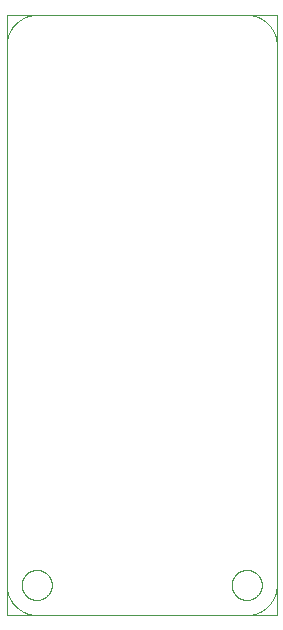
<source format=gbp>
G75*
%MOIN*%
%OFA0B0*%
%FSLAX25Y25*%
%IPPOS*%
%LPD*%
%AMOC8*
5,1,8,0,0,1.08239X$1,22.5*
%
%ADD10C,0.00000*%
D10*
X0005000Y0004300D02*
X0005000Y0204261D01*
X0094951Y0204261D01*
X0094951Y0004300D01*
X0005000Y0004300D01*
X0005000Y0014300D02*
X0005000Y0194300D01*
X0005003Y0194542D01*
X0005012Y0194783D01*
X0005026Y0195024D01*
X0005047Y0195265D01*
X0005073Y0195505D01*
X0005105Y0195745D01*
X0005143Y0195984D01*
X0005186Y0196221D01*
X0005236Y0196458D01*
X0005291Y0196693D01*
X0005351Y0196927D01*
X0005418Y0197159D01*
X0005489Y0197390D01*
X0005567Y0197619D01*
X0005650Y0197846D01*
X0005738Y0198071D01*
X0005832Y0198294D01*
X0005931Y0198514D01*
X0006036Y0198732D01*
X0006145Y0198947D01*
X0006260Y0199160D01*
X0006380Y0199370D01*
X0006505Y0199576D01*
X0006635Y0199780D01*
X0006770Y0199981D01*
X0006910Y0200178D01*
X0007054Y0200372D01*
X0007203Y0200562D01*
X0007357Y0200748D01*
X0007515Y0200931D01*
X0007677Y0201110D01*
X0007844Y0201285D01*
X0008015Y0201456D01*
X0008190Y0201623D01*
X0008369Y0201785D01*
X0008552Y0201943D01*
X0008738Y0202097D01*
X0008928Y0202246D01*
X0009122Y0202390D01*
X0009319Y0202530D01*
X0009520Y0202665D01*
X0009724Y0202795D01*
X0009930Y0202920D01*
X0010140Y0203040D01*
X0010353Y0203155D01*
X0010568Y0203264D01*
X0010786Y0203369D01*
X0011006Y0203468D01*
X0011229Y0203562D01*
X0011454Y0203650D01*
X0011681Y0203733D01*
X0011910Y0203811D01*
X0012141Y0203882D01*
X0012373Y0203949D01*
X0012607Y0204009D01*
X0012842Y0204064D01*
X0013079Y0204114D01*
X0013316Y0204157D01*
X0013555Y0204195D01*
X0013795Y0204227D01*
X0014035Y0204253D01*
X0014276Y0204274D01*
X0014517Y0204288D01*
X0014758Y0204297D01*
X0015000Y0204300D01*
X0085000Y0204300D01*
X0085242Y0204297D01*
X0085483Y0204288D01*
X0085724Y0204274D01*
X0085965Y0204253D01*
X0086205Y0204227D01*
X0086445Y0204195D01*
X0086684Y0204157D01*
X0086921Y0204114D01*
X0087158Y0204064D01*
X0087393Y0204009D01*
X0087627Y0203949D01*
X0087859Y0203882D01*
X0088090Y0203811D01*
X0088319Y0203733D01*
X0088546Y0203650D01*
X0088771Y0203562D01*
X0088994Y0203468D01*
X0089214Y0203369D01*
X0089432Y0203264D01*
X0089647Y0203155D01*
X0089860Y0203040D01*
X0090070Y0202920D01*
X0090276Y0202795D01*
X0090480Y0202665D01*
X0090681Y0202530D01*
X0090878Y0202390D01*
X0091072Y0202246D01*
X0091262Y0202097D01*
X0091448Y0201943D01*
X0091631Y0201785D01*
X0091810Y0201623D01*
X0091985Y0201456D01*
X0092156Y0201285D01*
X0092323Y0201110D01*
X0092485Y0200931D01*
X0092643Y0200748D01*
X0092797Y0200562D01*
X0092946Y0200372D01*
X0093090Y0200178D01*
X0093230Y0199981D01*
X0093365Y0199780D01*
X0093495Y0199576D01*
X0093620Y0199370D01*
X0093740Y0199160D01*
X0093855Y0198947D01*
X0093964Y0198732D01*
X0094069Y0198514D01*
X0094168Y0198294D01*
X0094262Y0198071D01*
X0094350Y0197846D01*
X0094433Y0197619D01*
X0094511Y0197390D01*
X0094582Y0197159D01*
X0094649Y0196927D01*
X0094709Y0196693D01*
X0094764Y0196458D01*
X0094814Y0196221D01*
X0094857Y0195984D01*
X0094895Y0195745D01*
X0094927Y0195505D01*
X0094953Y0195265D01*
X0094974Y0195024D01*
X0094988Y0194783D01*
X0094997Y0194542D01*
X0095000Y0194300D01*
X0095000Y0014300D01*
X0080000Y0014300D02*
X0080002Y0014441D01*
X0080008Y0014582D01*
X0080018Y0014722D01*
X0080032Y0014862D01*
X0080050Y0015002D01*
X0080071Y0015141D01*
X0080097Y0015280D01*
X0080126Y0015418D01*
X0080160Y0015554D01*
X0080197Y0015690D01*
X0080238Y0015825D01*
X0080283Y0015959D01*
X0080332Y0016091D01*
X0080384Y0016222D01*
X0080440Y0016351D01*
X0080500Y0016478D01*
X0080563Y0016604D01*
X0080629Y0016728D01*
X0080700Y0016851D01*
X0080773Y0016971D01*
X0080850Y0017089D01*
X0080930Y0017205D01*
X0081014Y0017318D01*
X0081100Y0017429D01*
X0081190Y0017538D01*
X0081283Y0017644D01*
X0081378Y0017747D01*
X0081477Y0017848D01*
X0081578Y0017946D01*
X0081682Y0018041D01*
X0081789Y0018133D01*
X0081898Y0018222D01*
X0082010Y0018307D01*
X0082124Y0018390D01*
X0082240Y0018470D01*
X0082359Y0018546D01*
X0082480Y0018618D01*
X0082602Y0018688D01*
X0082727Y0018753D01*
X0082853Y0018816D01*
X0082981Y0018874D01*
X0083111Y0018929D01*
X0083242Y0018981D01*
X0083375Y0019028D01*
X0083509Y0019072D01*
X0083644Y0019113D01*
X0083780Y0019149D01*
X0083917Y0019181D01*
X0084055Y0019210D01*
X0084193Y0019235D01*
X0084333Y0019255D01*
X0084473Y0019272D01*
X0084613Y0019285D01*
X0084754Y0019294D01*
X0084894Y0019299D01*
X0085035Y0019300D01*
X0085176Y0019297D01*
X0085317Y0019290D01*
X0085457Y0019279D01*
X0085597Y0019264D01*
X0085737Y0019245D01*
X0085876Y0019223D01*
X0086014Y0019196D01*
X0086152Y0019166D01*
X0086288Y0019131D01*
X0086424Y0019093D01*
X0086558Y0019051D01*
X0086692Y0019005D01*
X0086824Y0018956D01*
X0086954Y0018902D01*
X0087083Y0018845D01*
X0087210Y0018785D01*
X0087336Y0018721D01*
X0087459Y0018653D01*
X0087581Y0018582D01*
X0087701Y0018508D01*
X0087818Y0018430D01*
X0087933Y0018349D01*
X0088046Y0018265D01*
X0088157Y0018178D01*
X0088265Y0018087D01*
X0088370Y0017994D01*
X0088473Y0017897D01*
X0088573Y0017798D01*
X0088670Y0017696D01*
X0088764Y0017591D01*
X0088855Y0017484D01*
X0088943Y0017374D01*
X0089028Y0017262D01*
X0089110Y0017147D01*
X0089189Y0017030D01*
X0089264Y0016911D01*
X0089336Y0016790D01*
X0089404Y0016667D01*
X0089469Y0016542D01*
X0089531Y0016415D01*
X0089588Y0016286D01*
X0089643Y0016156D01*
X0089693Y0016025D01*
X0089740Y0015892D01*
X0089783Y0015758D01*
X0089822Y0015622D01*
X0089857Y0015486D01*
X0089889Y0015349D01*
X0089916Y0015211D01*
X0089940Y0015072D01*
X0089960Y0014932D01*
X0089976Y0014792D01*
X0089988Y0014652D01*
X0089996Y0014511D01*
X0090000Y0014370D01*
X0090000Y0014230D01*
X0089996Y0014089D01*
X0089988Y0013948D01*
X0089976Y0013808D01*
X0089960Y0013668D01*
X0089940Y0013528D01*
X0089916Y0013389D01*
X0089889Y0013251D01*
X0089857Y0013114D01*
X0089822Y0012978D01*
X0089783Y0012842D01*
X0089740Y0012708D01*
X0089693Y0012575D01*
X0089643Y0012444D01*
X0089588Y0012314D01*
X0089531Y0012185D01*
X0089469Y0012058D01*
X0089404Y0011933D01*
X0089336Y0011810D01*
X0089264Y0011689D01*
X0089189Y0011570D01*
X0089110Y0011453D01*
X0089028Y0011338D01*
X0088943Y0011226D01*
X0088855Y0011116D01*
X0088764Y0011009D01*
X0088670Y0010904D01*
X0088573Y0010802D01*
X0088473Y0010703D01*
X0088370Y0010606D01*
X0088265Y0010513D01*
X0088157Y0010422D01*
X0088046Y0010335D01*
X0087933Y0010251D01*
X0087818Y0010170D01*
X0087701Y0010092D01*
X0087581Y0010018D01*
X0087459Y0009947D01*
X0087336Y0009879D01*
X0087210Y0009815D01*
X0087083Y0009755D01*
X0086954Y0009698D01*
X0086824Y0009644D01*
X0086692Y0009595D01*
X0086558Y0009549D01*
X0086424Y0009507D01*
X0086288Y0009469D01*
X0086152Y0009434D01*
X0086014Y0009404D01*
X0085876Y0009377D01*
X0085737Y0009355D01*
X0085597Y0009336D01*
X0085457Y0009321D01*
X0085317Y0009310D01*
X0085176Y0009303D01*
X0085035Y0009300D01*
X0084894Y0009301D01*
X0084754Y0009306D01*
X0084613Y0009315D01*
X0084473Y0009328D01*
X0084333Y0009345D01*
X0084193Y0009365D01*
X0084055Y0009390D01*
X0083917Y0009419D01*
X0083780Y0009451D01*
X0083644Y0009487D01*
X0083509Y0009528D01*
X0083375Y0009572D01*
X0083242Y0009619D01*
X0083111Y0009671D01*
X0082981Y0009726D01*
X0082853Y0009784D01*
X0082727Y0009847D01*
X0082602Y0009912D01*
X0082480Y0009982D01*
X0082359Y0010054D01*
X0082240Y0010130D01*
X0082124Y0010210D01*
X0082010Y0010293D01*
X0081898Y0010378D01*
X0081789Y0010467D01*
X0081682Y0010559D01*
X0081578Y0010654D01*
X0081477Y0010752D01*
X0081378Y0010853D01*
X0081283Y0010956D01*
X0081190Y0011062D01*
X0081100Y0011171D01*
X0081014Y0011282D01*
X0080930Y0011395D01*
X0080850Y0011511D01*
X0080773Y0011629D01*
X0080700Y0011749D01*
X0080629Y0011872D01*
X0080563Y0011996D01*
X0080500Y0012122D01*
X0080440Y0012249D01*
X0080384Y0012378D01*
X0080332Y0012509D01*
X0080283Y0012641D01*
X0080238Y0012775D01*
X0080197Y0012910D01*
X0080160Y0013046D01*
X0080126Y0013182D01*
X0080097Y0013320D01*
X0080071Y0013459D01*
X0080050Y0013598D01*
X0080032Y0013738D01*
X0080018Y0013878D01*
X0080008Y0014018D01*
X0080002Y0014159D01*
X0080000Y0014300D01*
X0085000Y0004300D02*
X0085242Y0004303D01*
X0085483Y0004312D01*
X0085724Y0004326D01*
X0085965Y0004347D01*
X0086205Y0004373D01*
X0086445Y0004405D01*
X0086684Y0004443D01*
X0086921Y0004486D01*
X0087158Y0004536D01*
X0087393Y0004591D01*
X0087627Y0004651D01*
X0087859Y0004718D01*
X0088090Y0004789D01*
X0088319Y0004867D01*
X0088546Y0004950D01*
X0088771Y0005038D01*
X0088994Y0005132D01*
X0089214Y0005231D01*
X0089432Y0005336D01*
X0089647Y0005445D01*
X0089860Y0005560D01*
X0090070Y0005680D01*
X0090276Y0005805D01*
X0090480Y0005935D01*
X0090681Y0006070D01*
X0090878Y0006210D01*
X0091072Y0006354D01*
X0091262Y0006503D01*
X0091448Y0006657D01*
X0091631Y0006815D01*
X0091810Y0006977D01*
X0091985Y0007144D01*
X0092156Y0007315D01*
X0092323Y0007490D01*
X0092485Y0007669D01*
X0092643Y0007852D01*
X0092797Y0008038D01*
X0092946Y0008228D01*
X0093090Y0008422D01*
X0093230Y0008619D01*
X0093365Y0008820D01*
X0093495Y0009024D01*
X0093620Y0009230D01*
X0093740Y0009440D01*
X0093855Y0009653D01*
X0093964Y0009868D01*
X0094069Y0010086D01*
X0094168Y0010306D01*
X0094262Y0010529D01*
X0094350Y0010754D01*
X0094433Y0010981D01*
X0094511Y0011210D01*
X0094582Y0011441D01*
X0094649Y0011673D01*
X0094709Y0011907D01*
X0094764Y0012142D01*
X0094814Y0012379D01*
X0094857Y0012616D01*
X0094895Y0012855D01*
X0094927Y0013095D01*
X0094953Y0013335D01*
X0094974Y0013576D01*
X0094988Y0013817D01*
X0094997Y0014058D01*
X0095000Y0014300D01*
X0085000Y0004300D02*
X0015000Y0004300D01*
X0010000Y0014300D02*
X0010002Y0014441D01*
X0010008Y0014582D01*
X0010018Y0014722D01*
X0010032Y0014862D01*
X0010050Y0015002D01*
X0010071Y0015141D01*
X0010097Y0015280D01*
X0010126Y0015418D01*
X0010160Y0015554D01*
X0010197Y0015690D01*
X0010238Y0015825D01*
X0010283Y0015959D01*
X0010332Y0016091D01*
X0010384Y0016222D01*
X0010440Y0016351D01*
X0010500Y0016478D01*
X0010563Y0016604D01*
X0010629Y0016728D01*
X0010700Y0016851D01*
X0010773Y0016971D01*
X0010850Y0017089D01*
X0010930Y0017205D01*
X0011014Y0017318D01*
X0011100Y0017429D01*
X0011190Y0017538D01*
X0011283Y0017644D01*
X0011378Y0017747D01*
X0011477Y0017848D01*
X0011578Y0017946D01*
X0011682Y0018041D01*
X0011789Y0018133D01*
X0011898Y0018222D01*
X0012010Y0018307D01*
X0012124Y0018390D01*
X0012240Y0018470D01*
X0012359Y0018546D01*
X0012480Y0018618D01*
X0012602Y0018688D01*
X0012727Y0018753D01*
X0012853Y0018816D01*
X0012981Y0018874D01*
X0013111Y0018929D01*
X0013242Y0018981D01*
X0013375Y0019028D01*
X0013509Y0019072D01*
X0013644Y0019113D01*
X0013780Y0019149D01*
X0013917Y0019181D01*
X0014055Y0019210D01*
X0014193Y0019235D01*
X0014333Y0019255D01*
X0014473Y0019272D01*
X0014613Y0019285D01*
X0014754Y0019294D01*
X0014894Y0019299D01*
X0015035Y0019300D01*
X0015176Y0019297D01*
X0015317Y0019290D01*
X0015457Y0019279D01*
X0015597Y0019264D01*
X0015737Y0019245D01*
X0015876Y0019223D01*
X0016014Y0019196D01*
X0016152Y0019166D01*
X0016288Y0019131D01*
X0016424Y0019093D01*
X0016558Y0019051D01*
X0016692Y0019005D01*
X0016824Y0018956D01*
X0016954Y0018902D01*
X0017083Y0018845D01*
X0017210Y0018785D01*
X0017336Y0018721D01*
X0017459Y0018653D01*
X0017581Y0018582D01*
X0017701Y0018508D01*
X0017818Y0018430D01*
X0017933Y0018349D01*
X0018046Y0018265D01*
X0018157Y0018178D01*
X0018265Y0018087D01*
X0018370Y0017994D01*
X0018473Y0017897D01*
X0018573Y0017798D01*
X0018670Y0017696D01*
X0018764Y0017591D01*
X0018855Y0017484D01*
X0018943Y0017374D01*
X0019028Y0017262D01*
X0019110Y0017147D01*
X0019189Y0017030D01*
X0019264Y0016911D01*
X0019336Y0016790D01*
X0019404Y0016667D01*
X0019469Y0016542D01*
X0019531Y0016415D01*
X0019588Y0016286D01*
X0019643Y0016156D01*
X0019693Y0016025D01*
X0019740Y0015892D01*
X0019783Y0015758D01*
X0019822Y0015622D01*
X0019857Y0015486D01*
X0019889Y0015349D01*
X0019916Y0015211D01*
X0019940Y0015072D01*
X0019960Y0014932D01*
X0019976Y0014792D01*
X0019988Y0014652D01*
X0019996Y0014511D01*
X0020000Y0014370D01*
X0020000Y0014230D01*
X0019996Y0014089D01*
X0019988Y0013948D01*
X0019976Y0013808D01*
X0019960Y0013668D01*
X0019940Y0013528D01*
X0019916Y0013389D01*
X0019889Y0013251D01*
X0019857Y0013114D01*
X0019822Y0012978D01*
X0019783Y0012842D01*
X0019740Y0012708D01*
X0019693Y0012575D01*
X0019643Y0012444D01*
X0019588Y0012314D01*
X0019531Y0012185D01*
X0019469Y0012058D01*
X0019404Y0011933D01*
X0019336Y0011810D01*
X0019264Y0011689D01*
X0019189Y0011570D01*
X0019110Y0011453D01*
X0019028Y0011338D01*
X0018943Y0011226D01*
X0018855Y0011116D01*
X0018764Y0011009D01*
X0018670Y0010904D01*
X0018573Y0010802D01*
X0018473Y0010703D01*
X0018370Y0010606D01*
X0018265Y0010513D01*
X0018157Y0010422D01*
X0018046Y0010335D01*
X0017933Y0010251D01*
X0017818Y0010170D01*
X0017701Y0010092D01*
X0017581Y0010018D01*
X0017459Y0009947D01*
X0017336Y0009879D01*
X0017210Y0009815D01*
X0017083Y0009755D01*
X0016954Y0009698D01*
X0016824Y0009644D01*
X0016692Y0009595D01*
X0016558Y0009549D01*
X0016424Y0009507D01*
X0016288Y0009469D01*
X0016152Y0009434D01*
X0016014Y0009404D01*
X0015876Y0009377D01*
X0015737Y0009355D01*
X0015597Y0009336D01*
X0015457Y0009321D01*
X0015317Y0009310D01*
X0015176Y0009303D01*
X0015035Y0009300D01*
X0014894Y0009301D01*
X0014754Y0009306D01*
X0014613Y0009315D01*
X0014473Y0009328D01*
X0014333Y0009345D01*
X0014193Y0009365D01*
X0014055Y0009390D01*
X0013917Y0009419D01*
X0013780Y0009451D01*
X0013644Y0009487D01*
X0013509Y0009528D01*
X0013375Y0009572D01*
X0013242Y0009619D01*
X0013111Y0009671D01*
X0012981Y0009726D01*
X0012853Y0009784D01*
X0012727Y0009847D01*
X0012602Y0009912D01*
X0012480Y0009982D01*
X0012359Y0010054D01*
X0012240Y0010130D01*
X0012124Y0010210D01*
X0012010Y0010293D01*
X0011898Y0010378D01*
X0011789Y0010467D01*
X0011682Y0010559D01*
X0011578Y0010654D01*
X0011477Y0010752D01*
X0011378Y0010853D01*
X0011283Y0010956D01*
X0011190Y0011062D01*
X0011100Y0011171D01*
X0011014Y0011282D01*
X0010930Y0011395D01*
X0010850Y0011511D01*
X0010773Y0011629D01*
X0010700Y0011749D01*
X0010629Y0011872D01*
X0010563Y0011996D01*
X0010500Y0012122D01*
X0010440Y0012249D01*
X0010384Y0012378D01*
X0010332Y0012509D01*
X0010283Y0012641D01*
X0010238Y0012775D01*
X0010197Y0012910D01*
X0010160Y0013046D01*
X0010126Y0013182D01*
X0010097Y0013320D01*
X0010071Y0013459D01*
X0010050Y0013598D01*
X0010032Y0013738D01*
X0010018Y0013878D01*
X0010008Y0014018D01*
X0010002Y0014159D01*
X0010000Y0014300D01*
X0005000Y0014300D02*
X0005003Y0014058D01*
X0005012Y0013817D01*
X0005026Y0013576D01*
X0005047Y0013335D01*
X0005073Y0013095D01*
X0005105Y0012855D01*
X0005143Y0012616D01*
X0005186Y0012379D01*
X0005236Y0012142D01*
X0005291Y0011907D01*
X0005351Y0011673D01*
X0005418Y0011441D01*
X0005489Y0011210D01*
X0005567Y0010981D01*
X0005650Y0010754D01*
X0005738Y0010529D01*
X0005832Y0010306D01*
X0005931Y0010086D01*
X0006036Y0009868D01*
X0006145Y0009653D01*
X0006260Y0009440D01*
X0006380Y0009230D01*
X0006505Y0009024D01*
X0006635Y0008820D01*
X0006770Y0008619D01*
X0006910Y0008422D01*
X0007054Y0008228D01*
X0007203Y0008038D01*
X0007357Y0007852D01*
X0007515Y0007669D01*
X0007677Y0007490D01*
X0007844Y0007315D01*
X0008015Y0007144D01*
X0008190Y0006977D01*
X0008369Y0006815D01*
X0008552Y0006657D01*
X0008738Y0006503D01*
X0008928Y0006354D01*
X0009122Y0006210D01*
X0009319Y0006070D01*
X0009520Y0005935D01*
X0009724Y0005805D01*
X0009930Y0005680D01*
X0010140Y0005560D01*
X0010353Y0005445D01*
X0010568Y0005336D01*
X0010786Y0005231D01*
X0011006Y0005132D01*
X0011229Y0005038D01*
X0011454Y0004950D01*
X0011681Y0004867D01*
X0011910Y0004789D01*
X0012141Y0004718D01*
X0012373Y0004651D01*
X0012607Y0004591D01*
X0012842Y0004536D01*
X0013079Y0004486D01*
X0013316Y0004443D01*
X0013555Y0004405D01*
X0013795Y0004373D01*
X0014035Y0004347D01*
X0014276Y0004326D01*
X0014517Y0004312D01*
X0014758Y0004303D01*
X0015000Y0004300D01*
M02*

</source>
